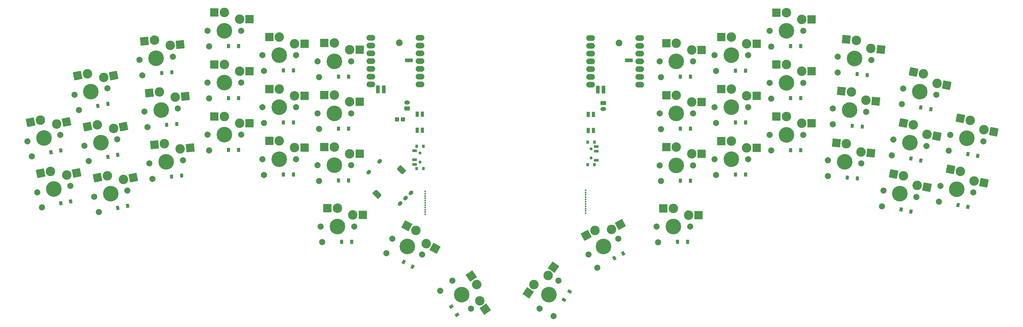
<source format=gbr>
%TF.GenerationSoftware,KiCad,Pcbnew,9.0.6*%
%TF.CreationDate,2025-12-31T17:57:57+01:00*%
%TF.ProjectId,right,72696768-742e-46b6-9963-61645f706362,v1.0.0*%
%TF.SameCoordinates,Original*%
%TF.FileFunction,Soldermask,Bot*%
%TF.FilePolarity,Negative*%
%FSLAX46Y46*%
G04 Gerber Fmt 4.6, Leading zero omitted, Abs format (unit mm)*
G04 Created by KiCad (PCBNEW 9.0.6) date 2025-12-31 17:57:57*
%MOMM*%
%LPD*%
G01*
G04 APERTURE LIST*
G04 Aperture macros list*
%AMRoundRect*
0 Rectangle with rounded corners*
0 $1 Rounding radius*
0 $2 $3 $4 $5 $6 $7 $8 $9 X,Y pos of 4 corners*
0 Add a 4 corners polygon primitive as box body*
4,1,4,$2,$3,$4,$5,$6,$7,$8,$9,$2,$3,0*
0 Add four circle primitives for the rounded corners*
1,1,$1+$1,$2,$3*
1,1,$1+$1,$4,$5*
1,1,$1+$1,$6,$7*
1,1,$1+$1,$8,$9*
0 Add four rect primitives between the rounded corners*
20,1,$1+$1,$2,$3,$4,$5,0*
20,1,$1+$1,$4,$5,$6,$7,0*
20,1,$1+$1,$6,$7,$8,$9,0*
20,1,$1+$1,$8,$9,$2,$3,0*%
%AMHorizOval*
0 Thick line with rounded ends*
0 $1 width*
0 $2 $3 position (X,Y) of the first rounded end (center of the circle)*
0 $4 $5 position (X,Y) of the second rounded end (center of the circle)*
0 Add line between two ends*
20,1,$1,$2,$3,$4,$5,0*
0 Add two circle primitives to create the rounded ends*
1,1,$1,$2,$3*
1,1,$1,$4,$5*%
%AMFreePoly0*
4,1,15,0.975355,0.935355,1.335355,0.575355,1.350000,0.540000,1.350000,-0.900000,1.335355,-0.935354,1.300000,-0.950000,-1.300000,-0.950000,-1.335355,-0.935354,-1.350000,-0.900000,-1.350000,0.540000,-1.335355,0.575355,-0.975355,0.935355,-0.940000,0.950000,0.940000,0.950000,0.975355,0.935355,0.975355,0.935355,$1*%
%AMFreePoly1*
4,1,15,1.335355,0.935354,1.350000,0.900000,1.350000,-0.540000,1.335355,-0.575355,0.975355,-0.935355,0.940000,-0.950000,-0.940000,-0.950000,-0.975355,-0.935355,-1.335355,-0.575355,-1.350000,-0.540000,-1.350000,0.900000,-1.335355,0.935354,-1.300000,0.950000,1.300000,0.950000,1.335355,0.935354,1.335355,0.935354,$1*%
G04 Aperture macros list end*
%ADD10C,0.300000*%
%ADD11C,0.600000*%
%ADD12RoundRect,0.050000X-0.327247X-0.674840X0.556218X-0.503112X0.327247X0.674840X-0.556218X0.503112X0*%
%ADD13C,2.000000*%
%ADD14C,3.100000*%
%ADD15C,5.100000*%
%ADD16RoundRect,0.050000X-1.028064X-1.524167X1.524167X-1.028064X1.028064X1.524167X-1.524167X1.028064X0*%
%ADD17RoundRect,0.050000X-0.390421X-0.640368X0.505436X-0.554107X0.390421X0.640368X-0.505436X0.554107X0*%
%ADD18RoundRect,0.050000X-1.758145X-0.537519X0.537519X-1.758145X1.758145X0.537519X-0.537519X1.758145X0*%
%ADD19RoundRect,0.050000X-1.300000X-1.300000X1.300000X-1.300000X1.300000X1.300000X-1.300000X1.300000X0*%
%ADD20RoundRect,0.050000X-1.169416X-1.418615X1.418615X-1.169416X1.169416X1.418615X-1.418615X1.169416X0*%
%ADD21RoundRect,0.050000X-0.450000X-0.600000X0.450000X-0.600000X0.450000X0.600000X-0.450000X0.600000X0*%
%ADD22RoundRect,0.050000X-1.804700X0.350798X-0.350798X-1.804700X1.804700X-0.350798X0.350798X1.804700X0*%
%ADD23RoundRect,0.050000X0.500000X-0.775000X0.500000X0.775000X-0.500000X0.775000X-0.500000X-0.775000X0*%
%ADD24FreePoly0,315.000000*%
%ADD25FreePoly1,315.000000*%
%ADD26HorizOval,1.200000X0.176777X0.176777X-0.176777X-0.176777X0*%
%ADD27O,2.850000X1.900000*%
%ADD28RoundRect,0.142857X-0.457143X1.157143X-0.457143X-1.157143X0.457143X-1.157143X0.457143X1.157143X0*%
%ADD29C,2.200000*%
%ADD30RoundRect,0.142857X-1.157143X-0.457143X1.157143X-0.457143X1.157143X0.457143X-1.157143X0.457143X0*%
%ADD31RoundRect,0.050000X0.400000X-0.500000X0.400000X0.500000X-0.400000X0.500000X-0.400000X-0.500000X0*%
%ADD32C,1.000000*%
%ADD33RoundRect,0.050000X-0.750000X0.350000X-0.750000X-0.350000X0.750000X-0.350000X0.750000X0.350000X0*%
%ADD34RoundRect,0.260000X-0.665000X0.390000X-0.665000X-0.390000X0.665000X-0.390000X0.665000X0.390000X0*%
%ADD35O,1.850000X1.300000*%
%ADD36RoundRect,0.050000X-0.749059X0.037551X-0.245786X-0.708583X0.749059X-0.037551X0.245786X0.708583X0*%
%ADD37RoundRect,0.050000X-0.679009X-0.318506X0.115643X-0.741031X0.679009X0.318506X-0.115643X0.741031X0*%
%ADD38RoundRect,0.050000X-0.505436X-0.554107X0.390421X-0.640368X0.505436X0.554107X-0.390421X0.640368X0*%
%ADD39RoundRect,0.050000X-1.524167X-1.028064X1.028064X-1.524167X1.524167X1.028064X-1.028064X1.524167X0*%
%ADD40RoundRect,0.050000X-1.418615X-1.169416X1.169416X-1.418615X1.418615X1.169416X-1.169416X1.418615X0*%
%ADD41RoundRect,0.050000X-0.556218X-0.503112X0.327247X-0.674840X0.556218X0.503112X-0.327247X0.674840X0*%
%ADD42RoundRect,0.050000X-0.115643X-0.741031X0.679009X-0.318506X0.115643X0.741031X-0.679009X0.318506X0*%
%ADD43RoundRect,0.050000X-0.500000X0.775000X-0.500000X-0.775000X0.500000X-0.775000X0.500000X0.775000X0*%
%ADD44RoundRect,0.050000X-0.537519X-1.758145X1.758145X-0.537519X0.537519X1.758145X-1.758145X0.537519X0*%
%ADD45RoundRect,0.260000X0.665000X-0.390000X0.665000X0.390000X-0.665000X0.390000X-0.665000X-0.390000X0*%
%ADD46RoundRect,0.050000X0.245786X-0.708583X0.749059X0.037551X-0.245786X0.708583X-0.749059X-0.037551X0*%
%ADD47RoundRect,0.050000X0.350798X-1.804700X1.804700X0.350798X-0.350798X1.804700X-1.804700X-0.350798X0*%
%ADD48RoundRect,0.050000X-0.400000X0.500000X-0.400000X-0.500000X0.400000X-0.500000X0.400000X0.500000X0*%
%ADD49RoundRect,0.050000X0.750000X-0.350000X0.750000X0.350000X-0.750000X0.350000X-0.750000X-0.350000X0*%
G04 APERTURE END LIST*
D10*
X183759753Y-117579491D02*
X182759762Y-117579490D01*
X182759763Y-116579501D01*
X183759756Y-116579493D01*
X183759753Y-117579491D01*
G36*
X183759753Y-117579491D02*
G01*
X182759762Y-117579490D01*
X182759763Y-116579501D01*
X183759756Y-116579493D01*
X183759753Y-117579491D01*
G37*
X185759752Y-117579491D02*
X184759753Y-117579493D01*
X184759765Y-116579493D01*
X185759758Y-116579486D01*
X185759752Y-117579491D01*
G36*
X185759752Y-117579491D02*
G01*
X184759753Y-117579493D01*
X184759765Y-116579493D01*
X185759758Y-116579486D01*
X185759752Y-117579491D01*
G37*
D11*
%TO.C,*%
X244999971Y-144799991D03*
%TD*%
%TO.C,*%
X245000000Y-144000000D03*
%TD*%
%TO.C,*%
X244999999Y-141040007D03*
%TD*%
%TO.C,*%
X244999987Y-142519999D03*
%TD*%
%TO.C,*%
X244999988Y-141779997D03*
%TD*%
%TO.C,*%
X244999983Y-143260013D03*
%TD*%
%TO.C,*%
X244999971Y-140299991D03*
%TD*%
%TO.C,REF\u002A\u002A*%
X244999971Y-144799991D03*
X244999983Y-147760013D03*
X244999987Y-147019999D03*
X244999988Y-146279997D03*
X244999999Y-145540007D03*
%TD*%
%TO.C,REF\u002A\u002A*%
X192499971Y-145149994D03*
X192499999Y-145890010D03*
X192499988Y-146630000D03*
X192499987Y-147370002D03*
X192499983Y-148110016D03*
%TD*%
%TO.C,REF\u002A\u002A*%
X192499971Y-140649994D03*
X192499999Y-141390010D03*
X192499988Y-142130000D03*
X192499987Y-142870002D03*
X192499983Y-143610016D03*
X192500000Y-144350003D03*
%TD*%
D12*
%TO.C,D1*%
X91916896Y-146047003D03*
X95156268Y-145417341D03*
%TD*%
%TO.C,D2*%
X88673139Y-129359346D03*
X91912511Y-128729684D03*
%TD*%
D13*
%TO.C,S3*%
X77751210Y-109070591D03*
X79224687Y-114030560D03*
D14*
X82014839Y-102180455D03*
D15*
X83150155Y-108021136D03*
D14*
X87342759Y-103385989D03*
D13*
X88549100Y-106971681D03*
D16*
X78800015Y-102805356D03*
X90557588Y-102761091D03*
%TD*%
D17*
%TO.C,D4*%
X109573012Y-135834424D03*
X112857824Y-135518130D03*
%TD*%
D13*
%TO.C,S17*%
X181781591Y-156108971D03*
X179805284Y-160890892D03*
D14*
X189431160Y-153437530D03*
D15*
X186637804Y-158691068D03*
D14*
X192813058Y-157727378D03*
D13*
X191494017Y-161273165D03*
D18*
X186539503Y-151900012D03*
X195704713Y-159264891D03*
%TD*%
D13*
%TO.C,S8*%
X121287927Y-105121324D03*
X121787929Y-110271320D03*
D15*
X126787927Y-105121321D03*
D14*
X126787929Y-99171319D03*
X131787930Y-101371320D03*
D13*
X132287927Y-105121318D03*
D19*
X123512929Y-99171324D03*
X135062925Y-101371320D03*
%TD*%
D13*
%TO.C,S2*%
X80994961Y-125758260D03*
X82468438Y-130718229D03*
D14*
X85258590Y-118868124D03*
D15*
X86393906Y-124708805D03*
D14*
X90586510Y-120073658D03*
D13*
X91792851Y-123659350D03*
D16*
X82043766Y-119493025D03*
X93801339Y-119448760D03*
%TD*%
D13*
%TO.C,S6*%
X99016574Y-97670525D03*
X100007876Y-102748887D03*
D14*
X103920968Y-91220761D03*
D15*
X104491250Y-97143369D03*
D14*
X109108812Y-92931403D03*
D13*
X109965926Y-96616213D03*
D20*
X100661041Y-91534656D03*
X112368731Y-92617513D03*
%TD*%
D13*
%TO.C,S15*%
X157287940Y-98121321D03*
X157787942Y-103271317D03*
D15*
X162787940Y-98121318D03*
D14*
X162787942Y-92171316D03*
X167787943Y-94371317D03*
D13*
X168287940Y-98121315D03*
D19*
X159512942Y-92171321D03*
X171062938Y-94371317D03*
%TD*%
D21*
%TO.C,D10*%
X146137925Y-135121306D03*
X149437925Y-135121308D03*
%TD*%
%TO.C,D9*%
X128137919Y-93121318D03*
X131437919Y-93121320D03*
%TD*%
%TO.C,D7*%
X128137929Y-127121306D03*
X131437929Y-127121308D03*
%TD*%
%TO.C,D8*%
X128137917Y-110121309D03*
X131437917Y-110121311D03*
%TD*%
D13*
%TO.C,S16*%
X158287920Y-152121324D03*
X158787922Y-157271320D03*
D15*
X163787920Y-152121321D03*
D14*
X163787922Y-146171319D03*
X168787923Y-148371320D03*
D13*
X169287920Y-152121318D03*
D19*
X160512922Y-146171324D03*
X172062918Y-148371320D03*
%TD*%
D13*
%TO.C,S18*%
X201381620Y-169850475D03*
X197391672Y-173144838D03*
D15*
X204457180Y-174410182D03*
D14*
X209389951Y-171082987D03*
X210362039Y-176458401D03*
D13*
X207532740Y-178969889D03*
D22*
X207558595Y-168367887D03*
X212193397Y-179173498D03*
%TD*%
D13*
%TO.C,S9*%
X121287925Y-88121310D03*
X121787927Y-93271306D03*
D15*
X126787925Y-88121307D03*
D14*
X126787927Y-82171305D03*
X131787928Y-84371306D03*
D13*
X132287925Y-88121304D03*
D19*
X123512927Y-82171310D03*
X135062923Y-84371306D03*
%TD*%
D21*
%TO.C,D15*%
X164137923Y-103121318D03*
X167437923Y-103121320D03*
%TD*%
D13*
%TO.C,S11*%
X139287925Y-113121315D03*
X139787927Y-118271311D03*
D15*
X144787925Y-113121312D03*
D14*
X144787927Y-107171310D03*
X149787928Y-109371311D03*
D13*
X150287925Y-113121309D03*
D19*
X141512927Y-107171315D03*
X153062923Y-109371311D03*
%TD*%
D13*
%TO.C,S7*%
X121287925Y-122121315D03*
X121787927Y-127271311D03*
D15*
X126787925Y-122121312D03*
D14*
X126787927Y-116171310D03*
X131787928Y-118371311D03*
D13*
X132287925Y-122121309D03*
D19*
X123512927Y-116171315D03*
X135062923Y-118371311D03*
%TD*%
D21*
%TO.C,D12*%
X146137926Y-101121316D03*
X149437926Y-101121318D03*
%TD*%
D13*
%TO.C,S4*%
X102275329Y-131513989D03*
X103266631Y-136592351D03*
D14*
X107179723Y-125064225D03*
D15*
X107750005Y-130986833D03*
D14*
X112367567Y-126774867D03*
D13*
X113224681Y-130459677D03*
D20*
X103919796Y-125378120D03*
X115627486Y-126460977D03*
%TD*%
D13*
%TO.C,S19*%
X65615382Y-140972349D03*
X67088859Y-145932318D03*
D14*
X69879011Y-134082213D03*
D15*
X71014327Y-139922894D03*
D14*
X75206931Y-135287747D03*
D13*
X76413272Y-138873439D03*
D16*
X66664187Y-134707114D03*
X78421760Y-134662849D03*
%TD*%
D23*
%TO.C,RST1*%
X191567039Y-115409056D03*
X189867040Y-115409058D03*
X191567042Y-120659054D03*
X189867043Y-120659056D03*
%TD*%
D24*
%TO.C,RE1*%
X176799957Y-141539290D03*
D25*
X184719555Y-133619694D03*
D26*
X187830821Y-141115027D03*
X186063054Y-142882793D03*
X184295288Y-144650561D03*
X174042248Y-134397509D03*
X177577774Y-130861975D03*
%TD*%
D27*
%TO.C,U?*%
X174704063Y-98079482D03*
X174704063Y-103159490D03*
X174704063Y-105699491D03*
X174704064Y-100619483D03*
X174704065Y-92999488D03*
D28*
X177044761Y-107286983D03*
X178949764Y-107286987D03*
D27*
X190815461Y-103159484D03*
X190815462Y-95539489D03*
X190815463Y-90459481D03*
X190815463Y-92999482D03*
X190815463Y-98079490D03*
X190815463Y-100619480D03*
X190815464Y-105699482D03*
X174704063Y-95539492D03*
X174704062Y-90459490D03*
D29*
X184029763Y-92046986D03*
D30*
X187204762Y-97761986D03*
%TD*%
D31*
%TO.C,PWR1*%
X189674753Y-133229491D03*
X189674754Y-125929496D03*
D32*
X190784754Y-128079495D03*
X190784755Y-131079498D03*
D31*
X191884754Y-133229497D03*
X191884755Y-125929496D03*
D33*
X189024756Y-127329495D03*
X189024752Y-130329494D03*
X189024751Y-131829498D03*
%TD*%
D13*
%TO.C,S5*%
X100645956Y-114592258D03*
X101637258Y-119670620D03*
D14*
X105550350Y-108142494D03*
D15*
X106120632Y-114065102D03*
D14*
X110738194Y-109853136D03*
D13*
X111595308Y-113537946D03*
D20*
X102290423Y-108456389D03*
X113998113Y-109539246D03*
%TD*%
D21*
%TO.C,D11*%
X146137921Y-118121314D03*
X149437921Y-118121316D03*
%TD*%
D17*
%TO.C,D6*%
X106314266Y-101990947D03*
X109599078Y-101674653D03*
%TD*%
D34*
%TO.C,JST1*%
X186584750Y-113579485D03*
D35*
X186584742Y-111579481D03*
%TD*%
D13*
%TO.C,S14*%
X157287919Y-115121316D03*
X157787921Y-120271312D03*
D15*
X162787919Y-115121313D03*
D14*
X162787921Y-109171311D03*
X167787922Y-111371312D03*
D13*
X168287919Y-115121310D03*
D19*
X159512921Y-109171316D03*
X171062917Y-111371312D03*
%TD*%
D13*
%TO.C,S10*%
X139287930Y-130121324D03*
X139787932Y-135271320D03*
D15*
X144787930Y-130121321D03*
D14*
X144787932Y-124171319D03*
X149787933Y-126371320D03*
D13*
X150287930Y-130121318D03*
D19*
X141512932Y-124171324D03*
X153062928Y-126371320D03*
%TD*%
D13*
%TO.C,S1*%
X84238706Y-142445913D03*
X85712183Y-147405882D03*
D14*
X88502335Y-135555777D03*
D15*
X89637651Y-141396458D03*
D14*
X93830255Y-136761311D03*
D13*
X95036596Y-140347003D03*
D16*
X85287511Y-136180678D03*
X97045084Y-136136413D03*
%TD*%
D21*
%TO.C,D16*%
X165137931Y-157121322D03*
X168437931Y-157121324D03*
%TD*%
D12*
%TO.C,D20*%
X70049809Y-127885767D03*
X73289181Y-127256105D03*
%TD*%
D21*
%TO.C,D13*%
X164137922Y-137121308D03*
X167437922Y-137121310D03*
%TD*%
D36*
%TO.C,D18*%
X201066910Y-178325336D03*
X202912242Y-181061164D03*
%TD*%
D13*
%TO.C,S12*%
X139287933Y-96121315D03*
X139787935Y-101271311D03*
D15*
X144787933Y-96121312D03*
D14*
X144787935Y-90171310D03*
X149787936Y-92371311D03*
D13*
X150287933Y-96121309D03*
D19*
X141512935Y-90171315D03*
X153062931Y-92371311D03*
%TD*%
D13*
%TO.C,S13*%
X157287931Y-132121323D03*
X157787933Y-137271319D03*
D15*
X162787931Y-132121320D03*
D14*
X162787933Y-126171318D03*
X167787934Y-128371319D03*
D13*
X168287931Y-132121317D03*
D19*
X159512933Y-126171323D03*
X171062929Y-128371319D03*
%TD*%
D12*
%TO.C,D19*%
X73293560Y-144573430D03*
X76532932Y-143943768D03*
%TD*%
%TO.C,D3*%
X85429391Y-112671681D03*
X88668763Y-112042019D03*
%TD*%
D17*
%TO.C,D5*%
X107943633Y-118912689D03*
X111228445Y-118596395D03*
%TD*%
D37*
%TO.C,D17*%
X185482428Y-163739600D03*
X188396154Y-165288858D03*
%TD*%
D21*
%TO.C,D14*%
X164137925Y-120121309D03*
X167437925Y-120121311D03*
%TD*%
D13*
%TO.C,S20*%
X62371629Y-124284678D03*
X63845106Y-129244647D03*
D14*
X66635258Y-117394542D03*
D15*
X67770574Y-123235223D03*
D14*
X71963178Y-118600076D03*
D13*
X73169519Y-122185768D03*
D16*
X63420434Y-118019443D03*
X75178007Y-117975178D03*
%TD*%
D27*
%TO.C,U?*%
X246622637Y-98147970D03*
X246622637Y-103227978D03*
X246622637Y-105767979D03*
X246622638Y-100687971D03*
X246622639Y-93067976D03*
D28*
X248963335Y-107355471D03*
X250868338Y-107355475D03*
D27*
X262734035Y-103227972D03*
X262734036Y-95607977D03*
X262734036Y-100687968D03*
X262734037Y-90527969D03*
X262734037Y-93067970D03*
X262734037Y-98147978D03*
X262734038Y-105767970D03*
X246622638Y-95607980D03*
X246622636Y-90527978D03*
D29*
X255948337Y-92115474D03*
D30*
X259123336Y-97830474D03*
%TD*%
D21*
%TO.C,D34*%
X276028342Y-120147973D03*
X279328342Y-120147973D03*
%TD*%
D38*
%TO.C,D25*%
X332210197Y-119198128D03*
X335495005Y-119514416D03*
%TD*%
D13*
%TO.C,S39*%
X361052996Y-138900095D03*
X360561144Y-144050881D03*
D14*
X367587259Y-134108867D03*
D15*
X366451946Y-139949547D03*
D14*
X372075617Y-137222490D03*
D13*
X371850896Y-140998999D03*
D39*
X364372431Y-133483965D03*
X375290445Y-137847391D03*
%TD*%
D13*
%TO.C,S35*%
X269178340Y-98147973D03*
X269678340Y-103297974D03*
D14*
X274678339Y-92197973D03*
D15*
X274678340Y-98147973D03*
D14*
X279678336Y-94397973D03*
D13*
X280178340Y-98147973D03*
D19*
X271403341Y-92197973D03*
X282953339Y-94397973D03*
%TD*%
D13*
%TO.C,S23*%
X348917166Y-106998345D03*
X348425314Y-112149131D03*
D14*
X355451429Y-102207117D03*
D15*
X354316116Y-108047797D03*
D14*
X359939787Y-105320740D03*
D13*
X359715066Y-109097249D03*
D39*
X352236601Y-101582215D03*
X363154615Y-105945641D03*
%TD*%
D13*
%TO.C,S26*%
X327500339Y-96642871D03*
X327504433Y-101817084D03*
D14*
X333545301Y-91247417D03*
D15*
X332975019Y-97170023D03*
D14*
X338311422Y-93916517D03*
D13*
X338449699Y-97697175D03*
D40*
X330285379Y-90933520D03*
X341571345Y-94230411D03*
%TD*%
D13*
%TO.C,S40*%
X364296743Y-122212437D03*
X363804891Y-127363223D03*
D14*
X370831006Y-117421209D03*
D15*
X369695693Y-123261889D03*
D14*
X375319364Y-120534832D03*
D13*
X375094643Y-124311341D03*
D39*
X367616178Y-116796307D03*
X378534192Y-121159733D03*
%TD*%
D41*
%TO.C,D23*%
X354687261Y-113213531D03*
X357926631Y-113843201D03*
%TD*%
%TO.C,D21*%
X348199764Y-146588844D03*
X351439134Y-147218514D03*
%TD*%
D21*
%TO.C,D31*%
X294028339Y-118147968D03*
X297328339Y-118147968D03*
%TD*%
D42*
%TO.C,D37*%
X254367797Y-162498683D03*
X257281523Y-160949429D03*
%TD*%
D13*
%TO.C,S33*%
X269178340Y-132147978D03*
X269678340Y-137297979D03*
D14*
X274678339Y-126197978D03*
D15*
X274678340Y-132147978D03*
D14*
X279678336Y-128397978D03*
D13*
X280178340Y-132147978D03*
D19*
X271403341Y-126197978D03*
X282953339Y-128397978D03*
%TD*%
D13*
%TO.C,S28*%
X305178343Y-105147972D03*
X305678343Y-110297973D03*
D14*
X310678342Y-99197972D03*
D15*
X310678343Y-105147972D03*
D14*
X315678339Y-101397972D03*
D13*
X316178343Y-105147972D03*
D19*
X307403344Y-99197972D03*
X318953342Y-101397972D03*
%TD*%
D13*
%TO.C,S34*%
X269178342Y-115147971D03*
X269678342Y-120297972D03*
D14*
X274678341Y-109197971D03*
D15*
X274678342Y-115147971D03*
D14*
X279678338Y-111397971D03*
D13*
X280178342Y-115147971D03*
D19*
X271403343Y-109197971D03*
X282953341Y-111397971D03*
%TD*%
D13*
%TO.C,S36*%
X268178341Y-152147975D03*
X268678341Y-157297976D03*
D14*
X273678340Y-146197975D03*
D15*
X273678341Y-152147975D03*
D14*
X278678337Y-148397975D03*
D13*
X279178341Y-152147975D03*
D19*
X270403342Y-146197975D03*
X281953340Y-148397975D03*
%TD*%
D21*
%TO.C,D35*%
X276028340Y-103147969D03*
X279328340Y-103147969D03*
%TD*%
D43*
%TO.C,RST1*%
X245828340Y-120772980D03*
X247528341Y-120772981D03*
X245828341Y-115522979D03*
X247528342Y-115522980D03*
%TD*%
D13*
%TO.C,S37*%
X245972244Y-161299826D03*
X248831498Y-165612270D03*
D15*
X250828457Y-158717733D03*
D14*
X248035104Y-153464194D03*
X253482676Y-153059320D03*
D13*
X255684670Y-156135640D03*
D44*
X245143448Y-155001714D03*
X256374330Y-151521803D03*
%TD*%
D21*
%TO.C,D27*%
X312028343Y-127147975D03*
X315328343Y-127147975D03*
%TD*%
%TO.C,D30*%
X294028335Y-135147972D03*
X297328335Y-135147972D03*
%TD*%
%TO.C,D33*%
X276028335Y-137147964D03*
X279328335Y-137147964D03*
%TD*%
D13*
%TO.C,S32*%
X287178339Y-96147976D03*
X287678339Y-101297977D03*
D14*
X292678338Y-90197976D03*
D15*
X292678339Y-96147976D03*
D14*
X297678335Y-92397976D03*
D13*
X298178339Y-96147976D03*
D19*
X289403340Y-90197976D03*
X300953338Y-92397976D03*
%TD*%
D13*
%TO.C,S31*%
X287178338Y-113147970D03*
X287678338Y-118297971D03*
D14*
X292678337Y-107197970D03*
D15*
X292678338Y-113147970D03*
D14*
X297678334Y-109397970D03*
D13*
X298178338Y-113147970D03*
D19*
X289403339Y-107197970D03*
X300953337Y-109397970D03*
%TD*%
D13*
%TO.C,S24*%
X324241583Y-130486337D03*
X324245677Y-135660550D03*
D14*
X330286545Y-125090883D03*
D15*
X329716263Y-131013489D03*
D14*
X335052666Y-127759983D03*
D13*
X335190943Y-131540641D03*
D40*
X327026623Y-124776986D03*
X338312589Y-128073877D03*
%TD*%
D38*
%TO.C,D24*%
X330580815Y-136119854D03*
X333865623Y-136436142D03*
%TD*%
D13*
%TO.C,S22*%
X345673407Y-123686005D03*
X345181555Y-128836791D03*
D14*
X352207670Y-118894777D03*
D15*
X351072357Y-124735457D03*
D14*
X356696028Y-122008400D03*
D13*
X356471307Y-125784909D03*
D39*
X348992842Y-118269875D03*
X359910856Y-122633301D03*
%TD*%
D41*
%TO.C,D40*%
X370066847Y-128427605D03*
X373306217Y-129057275D03*
%TD*%
D21*
%TO.C,D28*%
X312028339Y-110147969D03*
X315328339Y-110147969D03*
%TD*%
D45*
%TO.C,JST1*%
X250771053Y-111736989D03*
D35*
X250771057Y-113736987D03*
%TD*%
D21*
%TO.C,D29*%
X312028339Y-93147970D03*
X315328339Y-93147970D03*
%TD*%
D13*
%TO.C,S30*%
X287178340Y-130147972D03*
X287678340Y-135297973D03*
D14*
X292678339Y-124197972D03*
D15*
X292678340Y-130147972D03*
D14*
X297678336Y-126397972D03*
D13*
X298178340Y-130147972D03*
D19*
X289403341Y-124197972D03*
X300953339Y-126397972D03*
%TD*%
D46*
%TO.C,D38*%
X237909176Y-176113599D03*
X239754504Y-173377773D03*
%TD*%
D13*
%TO.C,S38*%
X229933517Y-178996539D03*
X234482658Y-181461862D03*
D14*
X228076304Y-171109639D03*
D15*
X233009078Y-174436832D03*
D14*
X232696152Y-168194670D03*
D13*
X236084639Y-169877125D03*
D47*
X226244947Y-173824732D03*
X234527509Y-165479572D03*
%TD*%
D13*
%TO.C,S29*%
X305178335Y-88147983D03*
X305678335Y-93297984D03*
D14*
X310678334Y-82197983D03*
D15*
X310678335Y-88147983D03*
D14*
X315678331Y-84397983D03*
D13*
X316178335Y-88147983D03*
D19*
X307403336Y-82197983D03*
X318953334Y-84397983D03*
%TD*%
D38*
%TO.C,D26*%
X333839576Y-102276390D03*
X337124384Y-102592678D03*
%TD*%
D13*
%TO.C,S21*%
X342429663Y-140373675D03*
X341937811Y-145524461D03*
D14*
X348963926Y-135582447D03*
D15*
X347828613Y-141423127D03*
D14*
X353452284Y-138696070D03*
D13*
X353227563Y-142472579D03*
D39*
X345749098Y-134957545D03*
X356667112Y-139320971D03*
%TD*%
D13*
%TO.C,S25*%
X325870966Y-113564602D03*
X325875060Y-118738815D03*
D14*
X331915928Y-108169148D03*
D15*
X331345646Y-114091754D03*
D14*
X336682049Y-110838248D03*
D13*
X336820326Y-114618906D03*
D40*
X328656006Y-107855251D03*
X339941972Y-111152142D03*
%TD*%
D41*
%TO.C,D22*%
X351443510Y-129901189D03*
X354682880Y-130530859D03*
%TD*%
D48*
%TO.C,PWR1*%
X247856061Y-124586987D03*
X247856054Y-131886992D03*
D32*
X246746051Y-129736992D03*
X246746050Y-126736991D03*
D48*
X245646055Y-131886979D03*
X245646052Y-124586983D03*
D33*
X248506052Y-130486988D03*
D49*
X248506049Y-127486985D03*
D33*
X248506051Y-125986986D03*
%TD*%
D21*
%TO.C,D32*%
X294028338Y-101147967D03*
X297328338Y-101147967D03*
%TD*%
%TO.C,D36*%
X275028335Y-157147975D03*
X278328335Y-157147975D03*
%TD*%
D41*
%TO.C,D39*%
X366823095Y-145115277D03*
X370062465Y-145744947D03*
%TD*%
D13*
%TO.C,S27*%
X305178333Y-122147968D03*
X305678333Y-127297969D03*
D14*
X310678332Y-116197968D03*
D15*
X310678333Y-122147968D03*
D14*
X315678329Y-118397968D03*
D13*
X316178333Y-122147968D03*
D19*
X307403334Y-116197968D03*
X318953332Y-118397968D03*
%TD*%
M02*

</source>
